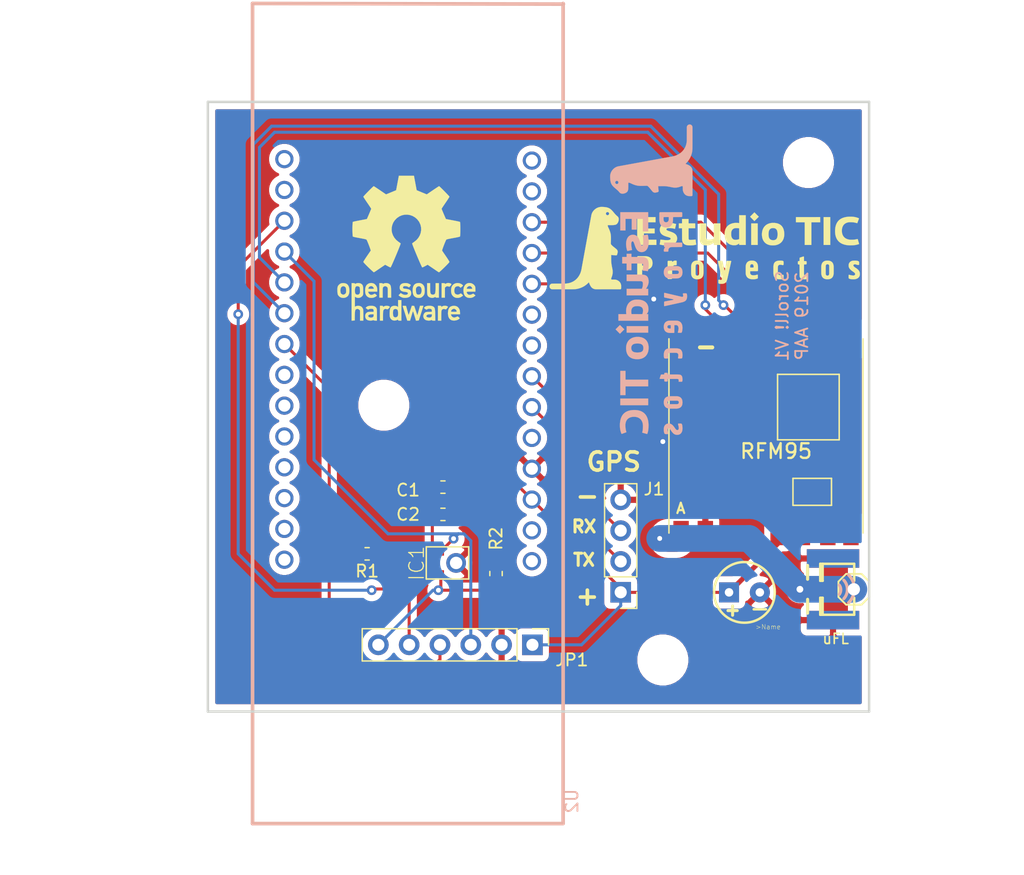
<source format=kicad_pcb>
(kicad_pcb (version 20171130) (host pcbnew "(5.1.0)-1")
  (layers (0 Top signal) (31 Bottom signal) (34 B.Paste user) (35 F.Paste user) (36 B.SilkS user) (37 F.SilkS user) (38 B.Mask user) (39 F.Mask user) (44 Edge.Cuts user))
  (net 0 "")
  (net 1 GND)
  (net 2 +3V3)
  (net 3 /SCK)
  (net 4 /RESET)
  (net 5 /SS)
  (net 6 /MOSI)
  (net 7 /MISO)
  (net 8 "Net-(U$5-PadDIO5)")
  (net 9 /ANT)
  (net 10 /RX)
  (net 11 /TX)
  (net 12 /ICS_SCK)
  (net 13 /WS)
  (net 14 /SD)
  (net 15 "Net-(U2-Pad14)")
  (net 16 "Net-(U2-Pad3)")
  (net 17 "Net-(U2-Pad2)")
  (net 18 "Net-(U2-Pad5)")
  (net 19 "Net-(U2-Pad6)")
  (net 20 "Net-(U2-Pad7)")
  (net 21 "Net-(U2-Pad4)")
  (net 22 "Net-(U2-Pad1)")
  (net 23 "Net-(U2-Pad13)")
  (net 24 "Net-(U2-Pad28)")
  (net 25 "Net-(U2-Pad16)")
  (net 26 "Net-(U2-Pad20)")
  (net 27 "Net-(U2-Pad21)")
  (net 28 "Net-(U2-Pad15)")
  (net 29 "Net-(U2-Pad27)")
  (net 30 "Net-(U2-Pad24)")
  (net 31 "Net-(U$5-PadDIO2)")
  (net 32 "Net-(U$5-PadDIO1)")
  (net 33 "Net-(U$5-PadDIO0)")
  (net 34 "Net-(IC1-Pad6)")
  (net 35 /Select)
  (module imagenes:logo1 (layer Top) (at 170.2 79.8)
    (fp_text reference G*** hide)
    (fp_text value LOGO hide)
  )
  (module imagenes:logo1 (layer Bottom) (at 165.8 82.4 270)
    (fp_text reference G*** hide)
    (fp_text value LOGO hide)
  )
  (module Mini-Lora:MKRFox1200 (layer Bottom) (at 145.254725 94.487027 90)
    (fp_text reference U2 (at -30.9 14 -90) (layer B.SilkS) (effects (justify mirror)))
    (fp_text value MKR_ZERO)
    (pad 14 thru_hole circle (at 22.02 -9.7 90) (size 1.5 1.5) (drill 1) (layers *.Cu *.Mask) (net 15 "Net-(U2-Pad14)"))
    (pad 3 thru_hole circle (at -5.92 -9.7 90) (size 1.5 1.5) (drill 1) (layers *.Cu *.Mask) (net 16 "Net-(U2-Pad3)"))
    (pad 2 thru_hole circle (at -8.46 -9.7 90) (size 1.5 1.5) (drill 1) (layers *.Cu *.Mask) (net 17 "Net-(U2-Pad2)"))
    (pad 5 thru_hole circle (at -0.84 -9.7 90) (size 1.5 1.5) (drill 1) (layers *.Cu *.Mask) (net 18 "Net-(U2-Pad5)"))
    (pad 6 thru_hole circle (at 1.7 -9.7 90) (size 1.5 1.5) (drill 1) (layers *.Cu *.Mask) (net 19 "Net-(U2-Pad6)"))
    (pad 7 thru_hole circle (at 4.24 -9.7 90) (size 1.5 1.5) (drill 1) (layers *.Cu *.Mask) (net 20 "Net-(U2-Pad7)"))
    (pad 4 thru_hole circle (at -3.38 -9.7 90) (size 1.5 1.5) (drill 1) (layers *.Cu *.Mask) (net 21 "Net-(U2-Pad4)"))
    (pad 1 thru_hole circle (at -11 -9.7 90) (size 1.5 1.5) (drill 1) (layers *.Cu *.Mask) (net 22 "Net-(U2-Pad1)"))
    (pad 13 thru_hole circle (at 19.48 -9.7 90) (size 1.5 1.5) (drill 1) (layers *.Cu *.Mask) (net 23 "Net-(U2-Pad13)"))
    (pad 12 thru_hole circle (at 16.94 -9.7 90) (size 1.5 1.5) (drill 1) (layers *.Cu *.Mask) (net 13 /WS))
    (pad 9 thru_hole circle (at 9.32 -9.7 90) (size 1.5 1.5) (drill 1) (layers *.Cu *.Mask) (net 5 /SS))
    (pad 8 thru_hole circle (at 6.78 -9.7 90) (size 1.5 1.5) (drill 1) (layers *.Cu *.Mask) (net 14 /SD))
    (pad 11 thru_hole circle (at 14.4 -9.7 90) (size 1.5 1.5) (drill 1) (layers *.Cu *.Mask) (net 12 /ICS_SCK))
    (pad 10 thru_hole circle (at 11.86 -9.7 90) (size 1.5 1.5) (drill 1) (layers *.Cu *.Mask) (net 4 /RESET))
    (pad 28 thru_hole circle (at -11.12 10.7 270) (size 1.5 1.5) (drill 1) (layers *.Cu *.Mask) (net 24 "Net-(U2-Pad28)"))
    (pad 17 thru_hole circle (at 16.82 10.7 270) (size 1.5 1.5) (drill 1) (layers *.Cu *.Mask) (net 6 /MOSI))
    (pad 16 thru_hole circle (at 19.36 10.7 270) (size 1.5 1.5) (drill 1) (layers *.Cu *.Mask) (net 25 "Net-(U2-Pad16)"))
    (pad 19 thru_hole circle (at 11.74 10.7 270) (size 1.5 1.5) (drill 1) (layers *.Cu *.Mask) (net 7 /MISO))
    (pad 20 thru_hole circle (at 9.2 10.7 270) (size 1.5 1.5) (drill 1) (layers *.Cu *.Mask) (net 26 "Net-(U2-Pad20)"))
    (pad 21 thru_hole circle (at 6.66 10.7 270) (size 1.5 1.5) (drill 1) (layers *.Cu *.Mask) (net 27 "Net-(U2-Pad21)"))
    (pad 18 thru_hole circle (at 14.28 10.7 270) (size 1.5 1.5) (drill 1) (layers *.Cu *.Mask) (net 3 /SCK))
    (pad 15 thru_hole circle (at 21.9 10.7 270) (size 1.5 1.5) (drill 1) (layers *.Cu *.Mask) (net 28 "Net-(U2-Pad15)"))
    (pad 27 thru_hole circle (at -8.58 10.7 270) (size 1.5 1.5) (drill 1) (layers *.Cu *.Mask) (net 29 "Net-(U2-Pad27)"))
    (pad 26 thru_hole circle (at -6.04 10.7 270) (size 1.5 1.5) (drill 1) (layers *.Cu *.Mask) (net 2 +3V3))
    (pad 23 thru_hole circle (at 1.58 10.7 270) (size 1.5 1.5) (drill 1) (layers *.Cu *.Mask) (net 11 /TX))
    (pad 22 thru_hole circle (at 4.12 10.7 270) (size 1.5 1.5) (drill 1) (layers *.Cu *.Mask) (net 10 /RX))
    (pad 25 thru_hole circle (at -3.5 10.7 270) (size 1.5 1.5) (drill 1) (layers *.Cu *.Mask) (net 1 GND))
    (pad 24 thru_hole circle (at -0.96 10.7 270) (size 1.5 1.5) (drill 1) (layers *.Cu *.Mask) (net 30 "Net-(U2-Pad24)"))
  )
  (module MountingHole:MountingHole_3.2mm_M3 (layer Top) (at 143.75 92.75 180)
    (fp_text reference REF** hide)
    (fp_text value MountingHole_3.2mm_M3)
    (pad 1 np_thru_hole circle (at 0 0 180) (size 3.2 3.2) (drill 3.2) (layers *.Cu *.Mask))
  )
  (module MountingHole:MountingHole_3.2mm_M3 (layer Top) (at 166.75 113.75 180)
    (fp_text reference REF** hide)
    (fp_text value MountingHole_3.2mm_M3)
    (pad 1 np_thru_hole circle (at 0 0 180) (size 3.2 3.2) (drill 3.2) (layers *.Cu *.Mask))
  )
  (module Symbol:OSHW-Logo_11.4x12mm_SilkScreen (layer Top) (at 145.6 79.8)
    (fp_text reference REF** hide)
    (fp_text value OSHW-Logo_11.4x12mm_SilkScreen hide)
  )
  (module Connector_PinHeader_2.54mm:PinHeader_1x04_P2.54mm_Vertical (layer Top) (at 163.277221 108.16852 180)
    (fp_text reference J1 (at -2.75 8.5) (layer F.SilkS))
    (fp_text value Conn_01x04_Female)
    (pad 4 thru_hole oval (at 0 7.62 180) (size 1.7 1.7) (drill 1) (layers *.Cu *.Mask) (net 1 GND))
    (pad 3 thru_hole oval (at 0 5.08 180) (size 1.7 1.7) (drill 1) (layers *.Cu *.Mask) (net 10 /RX))
    (pad 2 thru_hole oval (at 0 2.54 180) (size 1.7 1.7) (drill 1) (layers *.Cu *.Mask) (net 11 /TX))
    (pad 1 thru_hole rect (at 0 0 180) (size 1.7 1.7) (drill 1) (layers *.Cu *.Mask) (net 2 +3V3))
  )
  (module Mini-Lora:RFM95 (layer Top) (at 175.253209 97.50922 270)
    (fp_text reference U$5 hide)
    (fp_text value RFM95 hide)
    (fp_text user - (at -8.8407 5.975988) (layer F.SilkS) (effects (font (size 1.32715 1.32715) (thickness 0.34925)) (justify left bottom)))
    (fp_text user A (at 4.24078 7.503209) (layer F.SilkS) (effects (font (size 0.84455 0.84455) (thickness 0.1778)) (justify left bottom)))
    (pad VDD smd rect (at 5.7775 -1 270) (size 2 1.27) (layers Top F.Paste F.Mask) (net 2 +3V3))
    (pad SCK smd rect (at -10.23 -1.0122 270) (size 2 1.27) (layers Top F.Paste F.Mask) (net 3 /SCK))
    (pad RST smd rect (at -10.2225 2.905 90) (size 2 1.27) (layers Top F.Paste F.Mask) (net 4 /RESET))
    (pad NSS smd rect (at -10.2225 1 90) (size 2 1.27) (layers Top F.Paste F.Mask) (net 5 /SS))
    (pad MOSI smd rect (at -10.2245 -3 270) (size 2 1.27) (layers Top F.Paste F.Mask) (net 6 /MOSI))
    (pad MISO smd rect (at -10.23 -5 270) (size 2 1.27) (layers Top F.Paste F.Mask) (net 7 /MISO))
    (pad GND2 smd rect (at -10.23 7 270) (size 2 1.27) (layers Top F.Paste F.Mask) (net 1 GND))
    (pad GND1 smd rect (at -10.2225 -7 90) (size 2 1.27) (layers Top F.Paste F.Mask) (net 1 GND))
    (pad GND smd rect (at 5.7775 5 270) (size 2 1.27) (layers Top F.Paste F.Mask) (net 1 GND))
    (pad DIO5 smd rect (at -10.2245 4.9365 270) (size 2 1.27) (layers Top F.Paste F.Mask) (net 8 "Net-(U$5-PadDIO5)"))
    (pad DIO2 smd rect (at 5.7795 -7 90) (size 2 1.27) (layers Top F.Paste F.Mask) (net 31 "Net-(U$5-PadDIO2)"))
    (pad DIO1 smd rect (at 5.7795 -5.095 90) (size 2 1.27) (layers Top F.Paste F.Mask) (net 32 "Net-(U$5-PadDIO1)"))
    (pad DIO0 smd rect (at 5.7775 -3 270) (size 2 1.27) (layers Top F.Paste F.Mask) (net 33 "Net-(U$5-PadDIO0)"))
    (pad ANT smd rect (at 5.7775 7 270) (size 2 1.27) (layers Top F.Paste F.Mask) (net 9 /ANT))
  )
  (module Mini-Lora:SMA_UFL_PAD_TINY (layer Top) (at 183.127209 107.92322)
    (fp_text reference J$2 hide)
    (fp_text value ANTENNATINY hide)
    (fp_text user uFL (at -2.127209 4.57678) (layer F.SilkS) (effects (font (size 0.84455 0.84455) (thickness 0.13335)) (justify bottom)))
    (pad GND6 smd rect (at -2.3495 2.54 180) (size 4.318 1.524) (layers Bottom B.Mask))
    (pad GND5 smd rect (at -2.3495 -2.54 180) (size 4.318 1.524) (layers Bottom B.Mask))
    (pad GND4 smd rect (at -2.3495 -2.54) (size 4.318 1.524) (layers Top F.Mask) (net 1 GND))
    (pad GND3 smd rect (at -2.3495 2.54) (size 4.318 1.524) (layers Top F.Mask) (net 1 GND))
    (pad GND2 smd roundrect (at -2.2225 1.47025 180) (size 2.2 1.016) (layers Top F.Paste F.Mask) (roundrect_rratio 0.1) (net 1 GND))
    (pad GND1 smd roundrect (at -2.2225 -1.47025 180) (size 2.2 1.016) (layers Top F.Paste F.Mask) (roundrect_rratio 0.1) (net 1 GND))
    (pad ANT3 smd roundrect (at -3.58875 0) (size 2.032 1.143) (layers Bottom B.Paste B.Mask) (roundrect_rratio 0.05) (net 9 /ANT))
    (pad ANT2 thru_hole circle (at -5.08 0 180) (size 1.27 1.27) (drill 0.5588) (layers *.Cu *.Mask) (net 9 /ANT))
    (pad ANT1 smd roundrect (at -3.84275 0 180) (size 1.524 1.016) (layers Top F.Paste F.Mask) (roundrect_rratio 0.1) (net 9 /ANT))
  )
  (module Mini-Lora:CPOL-RADIAL-10UF-25V (layer Top) (at 173.475209 108.17722 180)
    (fp_text reference C4 hide)
    (fp_text value 10u hide)
    (fp_text user >Name (at -0.889 -3.07278 180) (layer F.SilkS) (effects (font (size 0.38608 0.38608) (thickness 0.032512)) (justify left bottom)))
    (pad 2 thru_hole circle (at -1.27 0 180) (size 1.651 1.651) (drill 0.7) (layers *.Cu *.Mask) (net 1 GND))
    (pad 1 thru_hole rect (at 1.27 0 180) (size 1.651 1.651) (drill 0.7) (layers *.Cu *.Mask) (net 2 +3V3))
  )
  (module Mini-Lora:1X01 (layer Top) (at 182.492209 107.92322 180)
    (fp_text reference JP3 hide)
    (fp_text value PINHD-1X1)
    (pad 1 thru_hole circle (at 0 0 180) (size 1.524 1.524) (drill 1.016) (layers *.Cu *.Mask) (net 9 /ANT))
  )
  (module MountingHole:MountingHole_3.2mm_M3 (layer Top) (at 178.75 72.75 180)
    (fp_text reference REF** hide)
    (fp_text value MountingHole_3.2mm_M3)
    (pad 1 np_thru_hole circle (at 0 0 180) (size 3.2 3.2) (drill 3.2) (layers *.Cu *.Mask))
  )
  (module Capacitor_SMD:C_0603_1608Metric_Pad1.05x0.95mm_HandSolder (layer Top) (at 148.625 99.5)
    (fp_text reference C1 (at -2.875 0.25) (layer F.SilkS))
    (fp_text value 220pF)
    (pad 2 smd roundrect (at 0.875 0) (size 1.05 0.95) (layers Top F.Paste F.Mask) (net 1 GND))
    (pad 1 smd roundrect (at -0.875 0) (size 1.05 0.95) (layers Top F.Paste F.Mask) (net 2 +3V3))
  )
  (module Capacitor_SMD:C_0603_1608Metric_Pad1.05x0.95mm_HandSolder (layer Top) (at 148.625 101.75)
    (fp_text reference C2 (at -2.875 0) (layer F.SilkS))
    (fp_text value 1uF)
    (pad 1 smd roundrect (at -0.875 0) (size 1.05 0.95) (layers Top F.Paste F.Mask) (net 2 +3V3))
    (pad 2 smd roundrect (at 0.875 0) (size 1.05 0.95) (layers Top F.Paste F.Mask) (net 1 GND))
  )
  (module Mini-Lora:SPH0645LM4H (layer Top) (at 149 105.75 90)
    (fp_text reference IC1 (at 1.5 -3.25 90) (layer F.SilkS) (effects (font (size 1.2065 1.2065) (thickness 0.09652)) (justify right top)))
    (fp_text value MIC_I2S_SPH0645 hide)
    (pad 3 thru_hole circle (at 0 0.71 90) (size 1.625 1.625) (drill 1.025) (layers *.Cu *.Mask) (net 1 GND))
    (pad 1 smd rect (at -0.9 -1.4 90) (size 0.6 0.525) (layers Top F.Paste F.Mask) (net 13 /WS))
    (pad 6 smd rect (at 0 -1.4 90) (size 0.6 0.525) (layers Top F.Paste F.Mask) (net 34 "Net-(IC1-Pad6)"))
    (pad 5 smd rect (at 0.9 -1.4 90) (size 0.6 0.525) (layers Top F.Paste F.Mask) (net 2 +3V3))
    (pad 4 smd rect (at 0.9 -0.55 90) (size 0.6 0.525) (layers Top F.Paste F.Mask) (net 12 /ICS_SCK))
    (pad 2 smd rect (at -0.9 -0.55 90) (size 0.6 0.525) (layers Top F.Paste F.Mask) (net 35 /Select))
  )
  (module Connector_PinHeader_2.54mm:PinHeader_1x06_P2.54mm_Vertical (layer Top) (at 156 112.5 270)
    (fp_text reference JP1 (at 1.25 -3.25) (layer F.SilkS))
    (fp_text value HEADER-1X6)
    (pad 1 thru_hole rect (at 0 0 270) (size 1.7 1.7) (drill 1) (layers *.Cu *.Mask) (net 2 +3V3))
    (pad 2 thru_hole oval (at 0 2.54 270) (size 1.7 1.7) (drill 1) (layers *.Cu *.Mask) (net 1 GND))
    (pad 3 thru_hole oval (at 0 5.08 270) (size 1.7 1.7) (drill 1) (layers *.Cu *.Mask) (net 12 /ICS_SCK))
    (pad 4 thru_hole oval (at 0 7.62 270) (size 1.7 1.7) (drill 1) (layers *.Cu *.Mask) (net 14 /SD))
    (pad 5 thru_hole oval (at 0 10.16 270) (size 1.7 1.7) (drill 1) (layers *.Cu *.Mask) (net 13 /WS))
    (pad 6 thru_hole oval (at 0 12.7 270) (size 1.7 1.7) (drill 1) (layers *.Cu *.Mask) (net 35 /Select))
  )
  (module Resistor_SMD:R_0603_1608Metric_Pad1.05x0.95mm_HandSolder (layer Top) (at 142.375 105 180)
    (fp_text reference R1 (at 0 -1.43 180) (layer F.SilkS))
    (fp_text value 68)
    (pad 2 smd roundrect (at 0.875 0 180) (size 1.05 0.95) (layers Top F.Paste F.Mask) (net 14 /SD))
    (pad 1 smd roundrect (at -0.875 0 180) (size 1.05 0.95) (layers Top F.Paste F.Mask) (net 34 "Net-(IC1-Pad6)"))
  )
  (module Resistor_SMD:R_0603_1608Metric_Pad1.05x0.95mm_HandSolder (layer Top) (at 153 106.625 90)
    (fp_text reference R2 (at 2.875 0 90) (layer F.SilkS))
    (fp_text value 10K)
    (pad 1 smd roundrect (at -0.875 0 90) (size 1.05 0.95) (layers Top F.Paste F.Mask) (net 35 /Select))
    (pad 2 smd roundrect (at 0.875 0 90) (size 1.05 0.95) (layers Top F.Paste F.Mask) (net 1 GND))
  )
  (gr_text "Soroll! V1\n2019 AAP\n" (at 177.4 85.4 90) (layer B.SilkS) (effects (font (size 1 1)) (justify mirror)))
  (gr_text TX (at 160.25 105.5) (layer F.SilkS) (effects (font (size 1 1) (thickness 0.25))))
  (gr_text RX (at 160.25 102.75) (layer F.SilkS) (effects (font (size 1 1) (thickness 0.25))))
  (gr_line (start 183.75 118) (end 183.75 67.75) (layer Edge.Cuts) (width 0.2))
  (gr_line (start 129.25 118) (end 183.75 118) (layer Edge.Cuts) (width 0.2))
  (gr_line (start 129.25 67.75) (end 129.25 118) (layer Edge.Cuts) (width 0.2))
  (gr_line (start 183.75 67.75) (end 129.25 67.75) (layer Edge.Cuts) (width 0.2))
  (gr_text - (at 160.527221 100.41852 180) (layer F.SilkS) (effects (font (size 1.5 1.5) (thickness 0.3))))
  (gr_text + (at 172.5 109.75 180) (layer F.SilkS) (effects (font (size 1 1) (thickness 0.25))))
  (gr_text + (at 160.527221 108.66852 180) (layer F.SilkS) (effects (font (size 1.5 1.5) (thickness 0.3))))
  (gr_text "GPS " (at 163.277221 97.41852) (layer F.SilkS) (effects (font (size 1.5 1.5) (thickness 0.3))))
  (gr_text RFM95 (at 173 97.25) (layer F.SilkS) (effects (font (size 1.2065 1.2065) (thickness 0.1905)) (justify left bottom)))
  (segment (start 180.460209 105.00222) (end 180.460209 106.27222) (width 0.4064) (layer Top) (net 1))
  (segment (start 180.460209 106.27222) (end 180.904709 106.45297) (width 0.4064) (layer Top) (net 1))
  (segment (start 180.460209 105.00222) (end 180.777709 105.38322) (width 0.4064) (layer Top) (net 1))
  (segment (start 180.460209 106.27222) (end 180.904709 106.45297) (width 0.4064) (layer Top) (net 1))
  (segment (start 180.460209 110.08222) (end 180.777709 110.46322) (width 0.4064) (layer Top) (net 1))
  (segment (start 181.730209 87.22222) (end 182.253209 87.28672) (width 0.4064) (layer Top) (net 1))
  (segment (start 170.300209 103.73222) (end 170.253209 103.28672) (width 0.4064) (layer Top) (net 1))
  (segment (start 170.300209 103.73222) (end 170.253209 103.28672) (width 0.4064) (layer Top) (net 1))
  (segment (start 167.760209 87.22222) (end 168.253209 87.27922) (width 0.4064) (layer Top) (net 1))
  (segment (start 174.745209 108.17722) (end 174.745209 108.81222) (width 0.4064) (layer Top) (net 1))
  (segment (start 180.904709 109.39347) (end 180.777709 109.39347) (width 0.4064) (layer Top) (net 1))
  (segment (start 180.777709 109.39347) (end 180.777709 110.46322) (width 0.4064) (layer Top) (net 1))
  (via (at 166.75 95.75) (size 0.8) (drill 0.4) (layers Top Bottom) (net 1))
  (via (at 166 84) (size 0.8) (drill 0.4) (layers Top Bottom) (net 1))
  (segment (start 172.840209 107.54222) (end 176.650209 103.73222) (width 0.4064) (layer Top) (net 2))
  (segment (start 176.650209 103.73222) (end 176.253209 103.28672) (width 0.4064) (layer Top) (net 2))
  (segment (start 172.840209 107.54222) (end 172.205209 108.17722) (width 0.4064) (layer Top) (net 2))
  (segment (start 171.570209 108.81222) (end 172.205209 108.17722) (width 0.4064) (layer Bottom) (net 2))
  (segment (start 163.285921 108.17722) (end 163.277221 108.16852) (width 0.25) (layer Top) (net 2))
  (segment (start 172.205209 108.17722) (end 163.285921 108.17722) (width 0.25) (layer Top) (net 2))
  (segment (start 163.277221 107.849523) (end 155.954725 100.527027) (width 0.25) (layer Top) (net 2))
  (segment (start 163.277221 108.16852) (end 163.277221 107.849523) (width 0.25) (layer Top) (net 2))
  (segment (start 155.204726 99.777028) (end 155.954725 100.527027) (width 0.25) (layer Top) (net 2))
  (segment (start 153.177698 97.75) (end 155.204726 99.777028) (width 0.25) (layer Top) (net 2))
  (segment (start 149.5 97.75) (end 153.177698 97.75) (width 0.25) (layer Top) (net 2))
  (segment (start 147.75 99.5) (end 149.5 97.75) (width 0.25) (layer Top) (net 2))
  (segment (start 147.75 99.5) (end 147.75 101.75) (width 0.25) (layer Top) (net 2))
  (segment (start 147.75 104.7) (end 147.6 104.85) (width 0.25) (layer Top) (net 2))
  (segment (start 147.75 101.75) (end 147.75 104.7) (width 0.25) (layer Top) (net 2))
  (segment (start 163.277221 109.26852) (end 163.277221 108.16852) (width 0.25) (layer Bottom) (net 2))
  (segment (start 160.045741 112.5) (end 163.277221 109.26852) (width 0.25) (layer Bottom) (net 2))
  (segment (start 156 112.5) (end 160.045741 112.5) (width 0.25) (layer Bottom) (net 2))
  (segment (start 176.650209 87.22222) (end 176.265409 87.27922) (width 0.4064) (layer Top) (net 3))
  (segment (start 176.265409 87.27922) (end 176.265409 87.64422) (width 0.25) (layer Top) (net 3))
  (segment (start 157.015385 80.207027) (end 155.954725 80.207027) (width 0.25) (layer Top) (net 3))
  (segment (start 170.443216 80.207027) (end 157.015385 80.207027) (width 0.25) (layer Top) (net 3))
  (segment (start 176.265409 86.02922) (end 170.443216 80.207027) (width 0.25) (layer Top) (net 3))
  (segment (start 176.265409 87.27922) (end 176.265409 86.02922) (width 0.25) (layer Top) (net 3))
  (segment (start 172.840209 87.22222) (end 172.348209 87.28672) (width 0.4064) (layer Top) (net 4))
  (segment (start 172.348209 87.28672) (end 172.348209 87.65172) (width 0.25) (layer Top) (net 4))
  (via (at 170.25 84.5) (size 0.8) (drill 0.4) (layers Top Bottom) (net 4))
  (segment (start 170.25 84.823511) (end 170.25 84.5) (width 0.25) (layer Top) (net 4))
  (segment (start 172.348209 87.28672) (end 172.348209 86.92172) (width 0.25) (layer Top) (net 4))
  (segment (start 172.348209 86.92172) (end 170.25 84.823511) (width 0.25) (layer Top) (net 4))
  (segment (start 134.804726 81.877028) (end 135.554725 82.627027) (width 0.25) (layer Bottom) (net 4))
  (segment (start 170.25 84.5) (end 170.25 75) (width 0.25) (layer Bottom) (net 4))
  (segment (start 170.25 75) (end 165.5 70.25) (width 0.25) (layer Bottom) (net 4))
  (segment (start 165.5 70.25) (end 134.75 70.25) (width 0.25) (layer Bottom) (net 4))
  (segment (start 134.75 70.25) (end 133.5 71.5) (width 0.25) (layer Bottom) (net 4))
  (segment (start 133.5 71.5) (end 133.5 80.572302) (width 0.25) (layer Bottom) (net 4))
  (segment (start 133.5 80.572302) (end 134.804726 81.877028) (width 0.25) (layer Bottom) (net 4))
  (segment (start 174.253209 87.28672) (end 174.253209 87.65172) (width 0.25) (layer Top) (net 5))
  (via (at 171.75 84.5) (size 0.8) (drill 0.4) (layers Top Bottom) (net 5))
  (segment (start 171.831489 84.5) (end 171.75 84.5) (width 0.25) (layer Top) (net 5))
  (segment (start 174.253209 87.28672) (end 174.253209 86.92172) (width 0.25) (layer Top) (net 5))
  (segment (start 174.253209 86.92172) (end 171.831489 84.5) (width 0.25) (layer Top) (net 5))
  (segment (start 133 82.612302) (end 135.554725 85.167027) (width 0.25) (layer Bottom) (net 5))
  (segment (start 171.350001 84.100001) (end 171.350001 75.350001) (width 0.25) (layer Bottom) (net 5))
  (segment (start 171.75 84.5) (end 171.350001 84.100001) (width 0.25) (layer Bottom) (net 5))
  (segment (start 171.350001 75.350001) (end 165.75 69.75) (width 0.25) (layer Bottom) (net 5))
  (segment (start 165.75 69.75) (end 134.5 69.75) (width 0.25) (layer Bottom) (net 5))
  (segment (start 134.5 69.75) (end 133 71.25) (width 0.25) (layer Bottom) (net 5))
  (segment (start 133 71.25) (end 133 82.612302) (width 0.25) (layer Bottom) (net 5))
  (segment (start 177.920209 87.22222) (end 178.253209 87.28472) (width 0.4064) (layer Top) (net 6))
  (segment (start 157.015385 77.667027) (end 155.954725 77.667027) (width 0.25) (layer Top) (net 6))
  (segment (start 169.885516 77.667027) (end 157.015385 77.667027) (width 0.25) (layer Top) (net 6))
  (segment (start 178.253209 86.03472) (end 169.885516 77.667027) (width 0.25) (layer Top) (net 6))
  (segment (start 178.253209 87.28472) (end 178.253209 86.03472) (width 0.25) (layer Top) (net 6))
  (segment (start 180.460209 87.22222) (end 180.253209 87.27922) (width 0.4064) (layer Top) (net 7))
  (segment (start 180.253209 88.52922) (end 179.297956 89.484473) (width 0.25) (layer Top) (net 7))
  (segment (start 180.253209 87.27922) (end 180.253209 88.52922) (width 0.25) (layer Top) (net 7))
  (segment (start 179.297956 89.484473) (end 165.704237 89.484473) (width 0.25) (layer Top) (net 7))
  (segment (start 165.704237 89.484473) (end 163.454237 87.234473) (width 0.25) (layer Top) (net 7))
  (segment (start 163.454237 87.234473) (end 163.454237 85.234473) (width 0.25) (layer Top) (net 7))
  (segment (start 160.966791 82.747027) (end 155.954725 82.747027) (width 0.25) (layer Top) (net 7))
  (segment (start 163.454237 85.234473) (end 160.966791 82.747027) (width 0.25) (layer Top) (net 7))
  (segment (start 177.920209 107.54222) (end 179.190209 107.54222) (width 0.4064) (layer Top) (net 9))
  (segment (start 179.190209 107.54222) (end 179.284459 107.92322) (width 0.4064) (layer Top) (net 9))
  (segment (start 177.920209 107.54222) (end 178.047209 107.92322) (width 0.4064) (layer Top) (net 9))
  (segment (start 177.920209 107.54222) (end 178.047209 107.92322) (width 0.4064) (layer Bottom) (net 9))
  (segment (start 177.920209 107.54222) (end 179.190209 107.54222) (width 0.4064) (layer Bottom) (net 9))
  (segment (start 179.190209 107.54222) (end 179.538459 107.92322) (width 0.4064) (layer Bottom) (net 9))
  (segment (start 177.920209 107.54222) (end 178.047209 107.92322) (width 0.4064) (layer Bottom) (net 9))
  (segment (start 183.000209 107.54222) (end 182.492209 107.92322) (width 0.4064) (layer Bottom) (net 9))
  (via (at 166.490209 103.73222) (size 0.7112) (drill 0.3556) (layers Top Bottom) (net 9))
  (segment (start 173.856209 103.73222) (end 166.490209 103.73222) (width 2.2) (layer Bottom) (net 9))
  (segment (start 178.047209 107.92322) (end 173.856209 103.73222) (width 2.2) (layer Bottom) (net 9))
  (segment (start 178.047209 107.92322) (end 182.492209 107.92322) (width 2.2) (layer Bottom) (net 9))
  (via (at 166.490209 103.73222) (size 0.7112) (drill 0.3556) (layers Top Bottom) (net 9))
  (via (at 166.490209 103.73222) (size 0.8) (drill 0.4) (layers Top Bottom) (net 9))
  (segment (start 167.807709 103.73222) (end 168.253209 103.28672) (width 1) (layer Top) (net 9))
  (segment (start 167.25 103.73222) (end 167.807709 103.73222) (width 2.2) (layer Top) (net 9))
  (segment (start 156.704724 91.117026) (end 155.954725 90.367027) (width 0.25) (layer Top) (net 10))
  (segment (start 159.106647 93.518949) (end 156.704724 91.117026) (width 0.25) (layer Top) (net 10))
  (segment (start 159.106647 98.917946) (end 159.106647 93.518949) (width 0.25) (layer Top) (net 10))
  (segment (start 163.277221 103.08852) (end 159.106647 98.917946) (width 0.25) (layer Top) (net 10))
  (segment (start 163.277221 105.62852) (end 158.704237 101.055536) (width 0.25) (layer Top) (net 11))
  (segment (start 158.704237 95.656539) (end 155.954725 92.907027) (width 0.25) (layer Top) (net 11))
  (segment (start 158.704237 101.055536) (end 158.704237 95.656539) (width 0.25) (layer Top) (net 11))
  (via (at 149.5 103.75) (size 0.8) (drill 0.4) (layers Top Bottom) (net 12))
  (segment (start 148.45 104.85) (end 148.45 104.8) (width 0.25) (layer Top) (net 12))
  (segment (start 148.45 104.8) (end 149.5 103.75) (width 0.25) (layer Top) (net 12))
  (segment (start 149.899999 103.350001) (end 150.350001 103.350001) (width 0.25) (layer Bottom) (net 12))
  (segment (start 149.5 103.75) (end 149.899999 103.350001) (width 0.25) (layer Bottom) (net 12))
  (segment (start 150.92 103.92) (end 150.92 112.5) (width 0.25) (layer Bottom) (net 12))
  (segment (start 150.350001 103.350001) (end 150.92 103.92) (width 0.25) (layer Bottom) (net 12))
  (segment (start 149.899999 103.350001) (end 144.100001 103.350001) (width 0.25) (layer Bottom) (net 12))
  (segment (start 144.100001 103.350001) (end 138 97.25) (width 0.25) (layer Bottom) (net 12))
  (segment (start 138 82.532302) (end 135.554725 80.087027) (width 0.25) (layer Bottom) (net 12))
  (segment (start 138 97.25) (end 138 82.532302) (width 0.25) (layer Bottom) (net 12))
  (segment (start 145.84 111.297919) (end 145.84 112.5) (width 0.25) (layer Top) (net 13))
  (segment (start 145.84 107.8975) (end 145.84 111.297919) (width 0.25) (layer Top) (net 13))
  (segment (start 147.0875 106.65) (end 145.84 107.8975) (width 0.25) (layer Top) (net 13))
  (segment (start 147.6 106.65) (end 147.0875 106.65) (width 0.25) (layer Top) (net 13))
  (via (at 142.75 108) (size 0.8) (drill 0.4) (layers Top Bottom) (net 13))
  (segment (start 145.84 107.8975) (end 142.8525 107.8975) (width 0.25) (layer Top) (net 13))
  (segment (start 142.8525 107.8975) (end 142.75 108) (width 0.25) (layer Top) (net 13))
  (segment (start 142.75 108) (end 134.75 108) (width 0.25) (layer Bottom) (net 13))
  (segment (start 134.75 108) (end 131.75 105) (width 0.25) (layer Bottom) (net 13))
  (via (at 131.75 85.25) (size 0.8) (drill 0.4) (layers Top Bottom) (net 13))
  (segment (start 131.75 105) (end 131.75 85.25) (width 0.25) (layer Bottom) (net 13))
  (segment (start 134.804726 78.297026) (end 135.554725 77.547027) (width 0.25) (layer Top) (net 13))
  (segment (start 131.75 85.25) (end 131.75 81.351752) (width 0.25) (layer Top) (net 13))
  (segment (start 131.75 81.351752) (end 134.804726 78.297026) (width 0.25) (layer Top) (net 13))
  (segment (start 139.25 91.402302) (end 135.554725 87.707027) (width 0.25) (layer Top) (net 14))
  (segment (start 140.25 115.25) (end 139.25 114.25) (width 0.25) (layer Top) (net 14))
  (segment (start 146.832081 115.25) (end 140.25 115.25) (width 0.25) (layer Top) (net 14))
  (segment (start 148.38 112.5) (end 148.38 113.702081) (width 0.25) (layer Top) (net 14))
  (segment (start 148.38 113.702081) (end 146.832081 115.25) (width 0.25) (layer Top) (net 14))
  (segment (start 141.5 105) (end 141.000928 104.500928) (width 0.25) (layer Top) (net 14))
  (segment (start 139.25 102.75) (end 139.25 91.402302) (width 0.25) (layer Top) (net 14))
  (segment (start 139.25 104) (end 139.25 103.75) (width 0.25) (layer Top) (net 14))
  (segment (start 139.25 104) (end 139.25 102.75) (width 0.25) (layer Top) (net 14))
  (segment (start 139.25 114.25) (end 139.25 104) (width 0.25) (layer Top) (net 14))
  (segment (start 139.25 103.75) (end 139.75 103.25) (width 0.25) (layer Top) (net 14))
  (segment (start 141.000928 104.500928) (end 139.75 103.25) (width 0.25) (layer Top) (net 14))
  (segment (start 139.75 103.25) (end 139.25 102.75) (width 0.25) (layer Top) (net 14))
  (segment (start 180.460209 102.46222) (end 180.348209 103.28872) (width 0.4064) (layer Top) (net 32))
  (segment (start 177.920209 102.46222) (end 178.253209 103.28672) (width 0.4064) (layer Top) (net 33))
  (segment (start 144 105.75) (end 143.25 105) (width 0.25) (layer Top) (net 34))
  (segment (start 147.6 105.75) (end 144 105.75) (width 0.25) (layer Top) (net 34))
  (via (at 148.25 108) (size 0.8) (drill 0.4) (layers Top Bottom) (net 35))
  (segment (start 148.45 106.65) (end 148.45 107.8) (width 0.25) (layer Top) (net 35))
  (segment (start 148.45 107.8) (end 148.25 108) (width 0.25) (layer Top) (net 35))
  (segment (start 147.8 108) (end 148.25 108) (width 0.25) (layer Bottom) (net 35))
  (segment (start 143.3 112.5) (end 147.8 108) (width 0.25) (layer Bottom) (net 35))
  (segment (start 152.5 108) (end 153 107.5) (width 0.25) (layer Top) (net 35))
  (segment (start 148.25 108) (end 152.5 108) (width 0.25) (layer Top) (net 35))
  (zone (net 1) (net_name GND) (layer Top) (connect_pads (clearance 0.508)) (min_thickness 0.254) (fill yes (arc_segments 16) (thermal_gap 0.508) (thermal_bridge_width 0.508))
    (polygon (pts (xy 183.75 118) (xy 129.5 118) (xy 129.5 68) (xy 183.75 67.75)))
  )
  (zone (net 1) (net_name GND) (layer Bottom) (connect_pads no (clearance 0.508)) (min_thickness 0.254) (fill yes (arc_segments 16) (thermal_gap 0.508) (thermal_bridge_width 0.508))
    (polygon (pts (xy 129.5 68) (xy 183.75 67.75) (xy 183.75 118) (xy 129.5 118)))
  )
)
</source>
